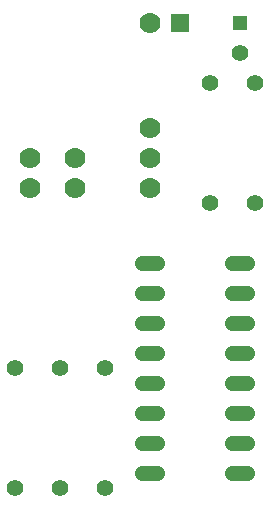
<source format=gbl>
G75*
%MOIN*%
%OFA0B0*%
%FSLAX25Y25*%
%IPPOS*%
%LPD*%
%AMOC8*
5,1,8,0,0,1.08239X$1,22.5*
%
%ADD10C,0.07000*%
%ADD11R,0.06300X0.06300*%
%ADD12C,0.05543*%
%ADD13R,0.04756X0.04756*%
%ADD14C,0.05150*%
D10*
X0012868Y0106000D03*
X0027868Y0106000D03*
X0027868Y0116000D03*
X0012868Y0116000D03*
X0052868Y0116000D03*
X0052868Y0126000D03*
X0052868Y0106000D03*
X0052868Y0161000D03*
D11*
X0062868Y0161000D03*
D12*
X0007868Y0006000D03*
X0022868Y0006000D03*
X0037868Y0006000D03*
X0037868Y0046000D03*
X0022868Y0046000D03*
X0007868Y0046000D03*
X0072868Y0101000D03*
X0087868Y0101000D03*
X0087868Y0141000D03*
X0072868Y0141000D03*
X0082868Y0151000D03*
D13*
X0082868Y0161000D03*
D14*
X0080293Y0081000D02*
X0085443Y0081000D01*
X0085443Y0071000D02*
X0080293Y0071000D01*
X0080293Y0061000D02*
X0085443Y0061000D01*
X0085443Y0051000D02*
X0080293Y0051000D01*
X0080293Y0041000D02*
X0085443Y0041000D01*
X0085443Y0031000D02*
X0080293Y0031000D01*
X0080293Y0021000D02*
X0085443Y0021000D01*
X0085443Y0011000D02*
X0080293Y0011000D01*
X0055443Y0011000D02*
X0050293Y0011000D01*
X0050293Y0021000D02*
X0055443Y0021000D01*
X0055443Y0031000D02*
X0050293Y0031000D01*
X0050293Y0041000D02*
X0055443Y0041000D01*
X0055443Y0051000D02*
X0050293Y0051000D01*
X0050293Y0061000D02*
X0055443Y0061000D01*
X0055443Y0071000D02*
X0050293Y0071000D01*
X0050293Y0081000D02*
X0055443Y0081000D01*
M02*

</source>
